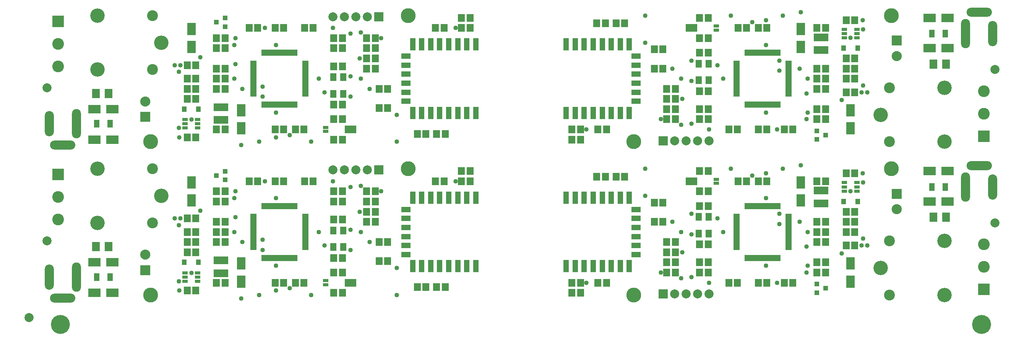
<source format=gts>
G04*
G04 #@! TF.GenerationSoftware,Altium Limited,Altium Designer,18.0.7 (293)*
G04*
G04 Layer_Color=8388736*
%FSLAX25Y25*%
%MOIN*%
G70*
G01*
G75*
%ADD65C,0.07874*%
%ADD66C,0.04737*%
%ADD67R,0.07887X0.04737*%
%ADD68R,0.04737X0.10642*%
%ADD69R,0.07099X0.07887*%
%ADD70R,0.04343X0.04540*%
%ADD71R,0.06115X0.06706*%
%ADD72R,0.05918X0.06706*%
%ADD73R,0.05131X0.03162*%
%ADD74R,0.10249X0.06706*%
%ADD75R,0.01981X0.05524*%
%ADD76R,0.05524X0.01981*%
%ADD77R,0.04343X0.03950*%
%ADD78R,0.07493X0.10642*%
%ADD79R,0.10642X0.07493*%
%ADD80R,0.12611X0.06902*%
%ADD81R,0.04737X0.07099*%
%ADD82R,0.05721X0.07099*%
%ADD83R,0.01981X0.05524*%
%ADD84C,0.16548*%
%ADD85C,0.07887*%
%ADD86R,0.07887X0.07887*%
%ADD87C,0.12611*%
%ADD88C,0.09461*%
%ADD89C,0.09461*%
%ADD90C,0.10249*%
%ADD91R,0.10249X0.10249*%
%ADD92R,0.08800X0.08800*%
%ADD93C,0.08800*%
%ADD94O,0.07887X0.25603*%
%ADD95O,0.07887X0.22060*%
%ADD96O,0.22060X0.07887*%
%ADD97C,0.13005*%
%ADD98C,0.04000*%
G54D65*
X-7874Y-7874D02*
D03*
X7874Y59055D02*
D03*
Y192913D02*
D03*
X834646Y208661D02*
D03*
Y74803D02*
D03*
G54D66*
X-7874Y-7874D02*
D03*
X7874Y59055D02*
D03*
Y192913D02*
D03*
X834646Y208661D02*
D03*
Y74803D02*
D03*
G54D67*
X320866Y86614D02*
D03*
Y78740D02*
D03*
Y70866D02*
D03*
Y62992D02*
D03*
Y55118D02*
D03*
Y47244D02*
D03*
Y220472D02*
D03*
Y212598D02*
D03*
Y204724D02*
D03*
Y196850D02*
D03*
Y188976D02*
D03*
Y181102D02*
D03*
X521654Y181102D02*
D03*
Y188976D02*
D03*
Y196850D02*
D03*
Y204724D02*
D03*
Y212598D02*
D03*
Y220472D02*
D03*
Y47244D02*
D03*
Y55118D02*
D03*
Y62992D02*
D03*
Y70866D02*
D03*
Y78740D02*
D03*
Y86614D02*
D03*
G54D68*
X381890Y96850D02*
D03*
Y37008D02*
D03*
X374016D02*
D03*
X366142D02*
D03*
X358268D02*
D03*
X350394D02*
D03*
X342520D02*
D03*
X334646D02*
D03*
X326772D02*
D03*
Y96850D02*
D03*
X334646D02*
D03*
X342520D02*
D03*
X350394D02*
D03*
X358268D02*
D03*
X366142D02*
D03*
X374016D02*
D03*
X381890Y230709D02*
D03*
Y170866D02*
D03*
X374016D02*
D03*
X366142D02*
D03*
X358268D02*
D03*
X350394D02*
D03*
X342520D02*
D03*
X334646D02*
D03*
X326772D02*
D03*
Y230709D02*
D03*
X334646D02*
D03*
X342520D02*
D03*
X350394D02*
D03*
X358268D02*
D03*
X366142D02*
D03*
X374016D02*
D03*
X460630Y170866D02*
D03*
Y230709D02*
D03*
X468504D02*
D03*
X476378D02*
D03*
X484252D02*
D03*
X492126D02*
D03*
X500000D02*
D03*
X507874D02*
D03*
X515748D02*
D03*
Y170866D02*
D03*
X507874D02*
D03*
X500000D02*
D03*
X492126D02*
D03*
X484252D02*
D03*
X476378D02*
D03*
X468504D02*
D03*
X460630Y37008D02*
D03*
Y96850D02*
D03*
X468504D02*
D03*
X476378D02*
D03*
X484252D02*
D03*
X492126D02*
D03*
X500000D02*
D03*
X507874D02*
D03*
X515748D02*
D03*
Y37008D02*
D03*
X507874D02*
D03*
X500000D02*
D03*
X492126D02*
D03*
X484252D02*
D03*
X476378D02*
D03*
X468504D02*
D03*
G54D69*
X50591Y54134D02*
D03*
X61614D02*
D03*
X50591Y187992D02*
D03*
X61614D02*
D03*
X791929Y213583D02*
D03*
X780905D02*
D03*
X791929Y79724D02*
D03*
X780905D02*
D03*
G54D70*
X140059Y40354D02*
D03*
X127657D02*
D03*
X140059Y174213D02*
D03*
X127657D02*
D03*
X702461Y227362D02*
D03*
X714862D02*
D03*
X702461Y93504D02*
D03*
X714862D02*
D03*
G54D71*
X347638Y18701D02*
D03*
X355118D02*
D03*
X338386D02*
D03*
X330906D02*
D03*
X376772Y120079D02*
D03*
X369291D02*
D03*
X346654Y111221D02*
D03*
X354134D02*
D03*
X294094Y93504D02*
D03*
X286614D02*
D03*
X294094Y84646D02*
D03*
X286614D02*
D03*
X286614Y75787D02*
D03*
X294094D02*
D03*
X206890Y22638D02*
D03*
X214370D02*
D03*
X163189Y93504D02*
D03*
X155709D02*
D03*
X155709Y102362D02*
D03*
X163189D02*
D03*
X155709Y75787D02*
D03*
X163189D02*
D03*
X155709Y66929D02*
D03*
X163189D02*
D03*
X137598Y66929D02*
D03*
X130118D02*
D03*
X347638Y152559D02*
D03*
X355118D02*
D03*
X338386D02*
D03*
X330906D02*
D03*
X376772Y253937D02*
D03*
X369291D02*
D03*
X346654Y245079D02*
D03*
X354134D02*
D03*
X294094Y227362D02*
D03*
X286614D02*
D03*
X294094Y218504D02*
D03*
X286614D02*
D03*
X286614Y209646D02*
D03*
X294094D02*
D03*
X206890Y156496D02*
D03*
X214370D02*
D03*
X163189Y227362D02*
D03*
X155709D02*
D03*
X155709Y236221D02*
D03*
X163189D02*
D03*
X155709Y209646D02*
D03*
X163189D02*
D03*
X155709Y200787D02*
D03*
X163189D02*
D03*
X137598Y200787D02*
D03*
X130118D02*
D03*
X494882Y249016D02*
D03*
X487402D02*
D03*
X504134D02*
D03*
X511614D02*
D03*
X465748Y147638D02*
D03*
X473228D02*
D03*
X495866Y156496D02*
D03*
X488386D02*
D03*
X548425Y174213D02*
D03*
X555905D02*
D03*
X548425Y183071D02*
D03*
X555905D02*
D03*
X555905Y191929D02*
D03*
X548425D02*
D03*
X635630Y245079D02*
D03*
X628150D02*
D03*
X679331Y174213D02*
D03*
X686811D02*
D03*
X686811Y165354D02*
D03*
X679331D02*
D03*
X686811Y191929D02*
D03*
X679331D02*
D03*
X686811Y200787D02*
D03*
X679331D02*
D03*
X704921Y200787D02*
D03*
X712402D02*
D03*
X494882Y115157D02*
D03*
X487402D02*
D03*
X504134D02*
D03*
X511614D02*
D03*
X465748Y13780D02*
D03*
X473228D02*
D03*
X495866Y22638D02*
D03*
X488386D02*
D03*
X548425Y40354D02*
D03*
X555905D02*
D03*
X548425Y49213D02*
D03*
X555905D02*
D03*
X555905Y58071D02*
D03*
X548425D02*
D03*
X635630Y111221D02*
D03*
X628150D02*
D03*
X679331Y40354D02*
D03*
X686811D02*
D03*
X686811Y31496D02*
D03*
X679331D02*
D03*
X686811Y58071D02*
D03*
X679331D02*
D03*
X686811Y66929D02*
D03*
X679331D02*
D03*
X704921Y66929D02*
D03*
X712402D02*
D03*
G54D72*
X369291Y111221D02*
D03*
X376772D02*
D03*
X294094Y102362D02*
D03*
X286614D02*
D03*
X224606Y22638D02*
D03*
X232087D02*
D03*
X239961Y111221D02*
D03*
X232480D02*
D03*
X206890D02*
D03*
X214370D02*
D03*
X191732D02*
D03*
X184252D02*
D03*
X163189Y58071D02*
D03*
X155709D02*
D03*
Y22638D02*
D03*
X163189D02*
D03*
X130118Y49213D02*
D03*
X137598D02*
D03*
X130118Y58071D02*
D03*
X137598D02*
D03*
Y78740D02*
D03*
X130118D02*
D03*
X137598Y15748D02*
D03*
X130118D02*
D03*
X258071Y102362D02*
D03*
X265551D02*
D03*
X258071Y93504D02*
D03*
X265551D02*
D03*
X258071Y13780D02*
D03*
X265551D02*
D03*
X258071Y31496D02*
D03*
X265551D02*
D03*
X258071Y77756D02*
D03*
X265551D02*
D03*
Y44291D02*
D03*
X258071D02*
D03*
X304921Y58071D02*
D03*
X297441D02*
D03*
X304921Y41339D02*
D03*
X297441D02*
D03*
X369291Y245079D02*
D03*
X376772D02*
D03*
X294094Y236221D02*
D03*
X286614D02*
D03*
X224606Y156496D02*
D03*
X232087D02*
D03*
X239961Y245079D02*
D03*
X232480D02*
D03*
X206890D02*
D03*
X214370D02*
D03*
X191732D02*
D03*
X184252D02*
D03*
X163189Y191929D02*
D03*
X155709D02*
D03*
Y156496D02*
D03*
X163189D02*
D03*
X130118Y183071D02*
D03*
X137598D02*
D03*
X130118Y191929D02*
D03*
X137598D02*
D03*
Y212598D02*
D03*
X130118D02*
D03*
X137598Y149606D02*
D03*
X130118D02*
D03*
X258071Y236221D02*
D03*
X265551D02*
D03*
X258071Y227362D02*
D03*
X265551D02*
D03*
X258071Y147638D02*
D03*
X265551D02*
D03*
X258071Y165354D02*
D03*
X265551D02*
D03*
X258071Y211614D02*
D03*
X265551D02*
D03*
Y178150D02*
D03*
X258071D02*
D03*
X304921Y191929D02*
D03*
X297441D02*
D03*
X304921Y175197D02*
D03*
X297441D02*
D03*
X473228Y156496D02*
D03*
X465748D02*
D03*
X548425Y165354D02*
D03*
X555905D02*
D03*
X617913Y245079D02*
D03*
X610433D02*
D03*
X602559Y156496D02*
D03*
X610039D02*
D03*
X635630D02*
D03*
X628150D02*
D03*
X650787D02*
D03*
X658268D02*
D03*
X679331Y209646D02*
D03*
X686811D02*
D03*
Y245079D02*
D03*
X679331D02*
D03*
X712402Y218504D02*
D03*
X704921D02*
D03*
X712402Y209646D02*
D03*
X704921D02*
D03*
Y188976D02*
D03*
X712402D02*
D03*
X704921Y251969D02*
D03*
X712402D02*
D03*
X584449Y165354D02*
D03*
X576968D02*
D03*
X584449Y174213D02*
D03*
X576968D02*
D03*
X584449Y253937D02*
D03*
X576968D02*
D03*
X584449Y236221D02*
D03*
X576968D02*
D03*
X584449Y189961D02*
D03*
X576968D02*
D03*
Y223425D02*
D03*
X584449D02*
D03*
X537598Y209646D02*
D03*
X545079D02*
D03*
X537598Y226378D02*
D03*
X545079D02*
D03*
X473228Y22638D02*
D03*
X465748D02*
D03*
X548425Y31496D02*
D03*
X555905D02*
D03*
X617913Y111221D02*
D03*
X610433D02*
D03*
X602559Y22638D02*
D03*
X610039D02*
D03*
X635630D02*
D03*
X628150D02*
D03*
X650787D02*
D03*
X658268D02*
D03*
X679331Y75787D02*
D03*
X686811D02*
D03*
Y111221D02*
D03*
X679331D02*
D03*
X712402Y84646D02*
D03*
X704921D02*
D03*
X712402Y75787D02*
D03*
X704921D02*
D03*
Y55118D02*
D03*
X712402D02*
D03*
X704921Y118110D02*
D03*
X712402D02*
D03*
X584449Y31496D02*
D03*
X576968D02*
D03*
X584449Y40354D02*
D03*
X576968D02*
D03*
X584449Y120079D02*
D03*
X576968D02*
D03*
X584449Y102362D02*
D03*
X576968D02*
D03*
X584449Y56102D02*
D03*
X576968D02*
D03*
Y89567D02*
D03*
X584449D02*
D03*
X537598Y75787D02*
D03*
X545079D02*
D03*
X537598Y92520D02*
D03*
X545079D02*
D03*
G54D73*
X250886Y20866D02*
D03*
Y24409D02*
D03*
X128347Y31299D02*
D03*
Y27559D02*
D03*
Y23819D02*
D03*
X139370D02*
D03*
Y27559D02*
D03*
Y31299D02*
D03*
X250886Y154724D02*
D03*
Y158268D02*
D03*
X128347Y165157D02*
D03*
Y161417D02*
D03*
Y157677D02*
D03*
X139370D02*
D03*
Y161417D02*
D03*
Y165157D02*
D03*
X591634Y246850D02*
D03*
Y243307D02*
D03*
X714173Y236417D02*
D03*
Y240158D02*
D03*
Y243898D02*
D03*
X703150D02*
D03*
Y240158D02*
D03*
Y236417D02*
D03*
X591634Y112992D02*
D03*
Y109449D02*
D03*
X714173Y102559D02*
D03*
Y106299D02*
D03*
Y110039D02*
D03*
X703150D02*
D03*
Y106299D02*
D03*
Y102559D02*
D03*
G54D74*
X272736Y22638D02*
D03*
Y156496D02*
D03*
X569783Y245079D02*
D03*
Y111221D02*
D03*
G54D75*
X225394Y44291D02*
D03*
X223425D02*
D03*
X221457D02*
D03*
X219488D02*
D03*
X217520D02*
D03*
X215551D02*
D03*
X213583D02*
D03*
X211614D02*
D03*
X209646D02*
D03*
X207677D02*
D03*
X205709D02*
D03*
X203740D02*
D03*
X201772D02*
D03*
X199803D02*
D03*
X197835D02*
D03*
X195866D02*
D03*
Y89567D02*
D03*
X197835D02*
D03*
X199803D02*
D03*
X201772D02*
D03*
X203740D02*
D03*
X205709D02*
D03*
X207677D02*
D03*
X209646D02*
D03*
X211614D02*
D03*
X213583D02*
D03*
X215551D02*
D03*
X217520D02*
D03*
X219488D02*
D03*
X221457D02*
D03*
X223425D02*
D03*
X225394D02*
D03*
Y178150D02*
D03*
X223425D02*
D03*
X221457D02*
D03*
X219488D02*
D03*
X217520D02*
D03*
X215551D02*
D03*
X213583D02*
D03*
X211614D02*
D03*
X209646D02*
D03*
X207677D02*
D03*
X205709D02*
D03*
X203740D02*
D03*
X201772D02*
D03*
X199803D02*
D03*
X197835D02*
D03*
X195866D02*
D03*
Y223425D02*
D03*
X197835D02*
D03*
X199803D02*
D03*
X201772D02*
D03*
X203740D02*
D03*
X205709D02*
D03*
X207677D02*
D03*
X209646D02*
D03*
X211614D02*
D03*
X213583D02*
D03*
X215551D02*
D03*
X217520D02*
D03*
X219488D02*
D03*
X221457D02*
D03*
X223425D02*
D03*
X225394D02*
D03*
X617126Y223425D02*
D03*
X619095D02*
D03*
X621063D02*
D03*
X623032D02*
D03*
X625000D02*
D03*
X626968D02*
D03*
X628937D02*
D03*
X630905D02*
D03*
X632874D02*
D03*
X634842D02*
D03*
X636811D02*
D03*
X638779D02*
D03*
X640748D02*
D03*
X642717D02*
D03*
X644685D02*
D03*
X646654D02*
D03*
X617126Y89567D02*
D03*
X619095D02*
D03*
X621063D02*
D03*
X623032D02*
D03*
X625000D02*
D03*
X626968D02*
D03*
X628937D02*
D03*
X630905D02*
D03*
X632874D02*
D03*
X634842D02*
D03*
X636811D02*
D03*
X638779D02*
D03*
X640748D02*
D03*
X642717D02*
D03*
X644685D02*
D03*
X646654D02*
D03*
G54D76*
X187992Y52165D02*
D03*
Y54134D02*
D03*
Y56102D02*
D03*
Y58071D02*
D03*
Y60039D02*
D03*
Y62008D02*
D03*
Y63976D02*
D03*
Y65945D02*
D03*
Y67913D02*
D03*
Y69882D02*
D03*
Y71850D02*
D03*
Y73819D02*
D03*
Y75787D02*
D03*
Y77756D02*
D03*
Y79724D02*
D03*
Y81693D02*
D03*
X233268D02*
D03*
Y79724D02*
D03*
Y77756D02*
D03*
Y75787D02*
D03*
Y73819D02*
D03*
Y71850D02*
D03*
Y69882D02*
D03*
Y67913D02*
D03*
Y65945D02*
D03*
Y63976D02*
D03*
Y62008D02*
D03*
Y60039D02*
D03*
Y58071D02*
D03*
Y56102D02*
D03*
Y54134D02*
D03*
Y52165D02*
D03*
X187992Y186024D02*
D03*
Y187992D02*
D03*
Y189961D02*
D03*
Y191929D02*
D03*
Y193898D02*
D03*
Y195866D02*
D03*
Y197835D02*
D03*
Y199803D02*
D03*
Y201772D02*
D03*
Y203740D02*
D03*
Y205709D02*
D03*
Y207677D02*
D03*
Y209646D02*
D03*
Y211614D02*
D03*
Y213583D02*
D03*
Y215551D02*
D03*
X233268D02*
D03*
Y213583D02*
D03*
Y211614D02*
D03*
Y209646D02*
D03*
Y207677D02*
D03*
Y205709D02*
D03*
Y203740D02*
D03*
Y201772D02*
D03*
Y199803D02*
D03*
Y197835D02*
D03*
Y195866D02*
D03*
Y193898D02*
D03*
Y191929D02*
D03*
Y189961D02*
D03*
Y187992D02*
D03*
Y186024D02*
D03*
X654528Y215551D02*
D03*
Y213583D02*
D03*
Y211614D02*
D03*
Y209646D02*
D03*
Y207677D02*
D03*
Y205709D02*
D03*
Y203740D02*
D03*
Y201772D02*
D03*
Y199803D02*
D03*
Y197835D02*
D03*
Y195866D02*
D03*
Y193898D02*
D03*
Y191929D02*
D03*
Y189961D02*
D03*
Y187992D02*
D03*
Y186024D02*
D03*
X609252D02*
D03*
Y187992D02*
D03*
Y189961D02*
D03*
Y191929D02*
D03*
Y193898D02*
D03*
Y195866D02*
D03*
Y197835D02*
D03*
Y199803D02*
D03*
Y201772D02*
D03*
Y203740D02*
D03*
Y205709D02*
D03*
Y207677D02*
D03*
Y209646D02*
D03*
Y211614D02*
D03*
Y213583D02*
D03*
Y215551D02*
D03*
X654528Y81693D02*
D03*
Y79724D02*
D03*
Y77756D02*
D03*
Y75787D02*
D03*
Y73819D02*
D03*
Y71850D02*
D03*
Y69882D02*
D03*
Y67913D02*
D03*
Y65945D02*
D03*
Y63976D02*
D03*
Y62008D02*
D03*
Y60039D02*
D03*
Y58071D02*
D03*
Y56102D02*
D03*
Y54134D02*
D03*
Y52165D02*
D03*
X609252D02*
D03*
Y54134D02*
D03*
Y56102D02*
D03*
Y58071D02*
D03*
Y60039D02*
D03*
Y62008D02*
D03*
Y63976D02*
D03*
Y65945D02*
D03*
Y67913D02*
D03*
Y69882D02*
D03*
Y71850D02*
D03*
Y73819D02*
D03*
Y75787D02*
D03*
Y77756D02*
D03*
Y79724D02*
D03*
Y81693D02*
D03*
G54D77*
X163386Y119882D02*
D03*
X155512Y116142D02*
D03*
X163386Y112402D02*
D03*
Y253740D02*
D03*
X155512Y250000D02*
D03*
X163386Y246260D02*
D03*
X679134Y147835D02*
D03*
X687008Y151575D02*
D03*
X679134Y155315D02*
D03*
Y13976D02*
D03*
X687008Y17717D02*
D03*
X679134Y21457D02*
D03*
G54D78*
X177165Y39370D02*
D03*
Y23622D02*
D03*
X133858Y110236D02*
D03*
Y94488D02*
D03*
X177165Y173228D02*
D03*
Y157480D02*
D03*
X133858Y244094D02*
D03*
Y228346D02*
D03*
X665354Y228346D02*
D03*
Y244094D02*
D03*
X708661Y157480D02*
D03*
Y173228D02*
D03*
X665354Y94488D02*
D03*
Y110236D02*
D03*
X708661Y23622D02*
D03*
Y39370D02*
D03*
G54D79*
X49213Y40354D02*
D03*
X64961D02*
D03*
Y13780D02*
D03*
X49213D02*
D03*
Y174213D02*
D03*
X64961D02*
D03*
Y147638D02*
D03*
X49213D02*
D03*
X793307Y227362D02*
D03*
X777559D02*
D03*
Y253937D02*
D03*
X793307D02*
D03*
Y93504D02*
D03*
X777559D02*
D03*
Y120079D02*
D03*
X793307D02*
D03*
G54D80*
X159449Y30807D02*
D03*
Y42028D02*
D03*
Y164665D02*
D03*
Y175886D02*
D03*
X683071Y236910D02*
D03*
Y225689D02*
D03*
Y103051D02*
D03*
Y91831D02*
D03*
G54D81*
X51181Y27559D02*
D03*
X62992D02*
D03*
X51181Y161417D02*
D03*
X62992D02*
D03*
X791339Y240158D02*
D03*
X779528D02*
D03*
X791339Y106299D02*
D03*
X779528D02*
D03*
G54D82*
X266142Y53740D02*
D03*
X257480Y68307D02*
D03*
X266142D02*
D03*
X257480Y53740D02*
D03*
X266142Y187598D02*
D03*
X257480Y202165D02*
D03*
X266142D02*
D03*
X257480Y187598D02*
D03*
X576378Y213976D02*
D03*
X585039Y199409D02*
D03*
X576378D02*
D03*
X585039Y213976D02*
D03*
X576378Y80118D02*
D03*
X585039Y65551D02*
D03*
X576378D02*
D03*
X585039Y80118D02*
D03*
G54D83*
X646654Y178150D02*
D03*
X644685D02*
D03*
X642717D02*
D03*
X640748D02*
D03*
X638779D02*
D03*
X636811D02*
D03*
X634842D02*
D03*
X632874D02*
D03*
X630905D02*
D03*
X628937D02*
D03*
X626968D02*
D03*
X625000D02*
D03*
X623032D02*
D03*
X621063D02*
D03*
X619095D02*
D03*
X617126D02*
D03*
X646654Y44291D02*
D03*
X644685D02*
D03*
X642717D02*
D03*
X640748D02*
D03*
X638779D02*
D03*
X636811D02*
D03*
X634842D02*
D03*
X632874D02*
D03*
X630905D02*
D03*
X628937D02*
D03*
X626968D02*
D03*
X625000D02*
D03*
X623032D02*
D03*
X621063D02*
D03*
X619095D02*
D03*
X617126D02*
D03*
G54D84*
X822835Y-13780D02*
D03*
X19685D02*
D03*
G54D85*
X287402Y121063D02*
D03*
X277402D02*
D03*
X267402D02*
D03*
X257402D02*
D03*
X287402Y254921D02*
D03*
X277402D02*
D03*
X267402D02*
D03*
X257402D02*
D03*
X555118Y146653D02*
D03*
X565118D02*
D03*
X575118D02*
D03*
X585118D02*
D03*
X555118Y12795D02*
D03*
X565118D02*
D03*
X575118D02*
D03*
X585118D02*
D03*
G54D86*
X297402Y121063D02*
D03*
Y254921D02*
D03*
X545118Y146653D02*
D03*
Y12795D02*
D03*
G54D87*
X107677Y98425D02*
D03*
X51772Y122047D02*
D03*
Y74803D02*
D03*
X107677Y232283D02*
D03*
X51772Y255906D02*
D03*
Y208661D02*
D03*
X734843Y169291D02*
D03*
X790748Y145669D02*
D03*
Y192913D02*
D03*
X734843Y35433D02*
D03*
X790748Y11811D02*
D03*
Y59055D02*
D03*
G54D88*
X99803Y122047D02*
D03*
Y255906D02*
D03*
X742717Y145669D02*
D03*
Y11811D02*
D03*
G54D89*
X99803Y74803D02*
D03*
Y208661D02*
D03*
X742717Y192913D02*
D03*
Y59055D02*
D03*
G54D90*
X17717Y77756D02*
D03*
Y97441D02*
D03*
Y211614D02*
D03*
Y231299D02*
D03*
X824803Y189961D02*
D03*
Y170276D02*
D03*
Y56102D02*
D03*
Y36417D02*
D03*
G54D91*
X17717Y117126D02*
D03*
Y250984D02*
D03*
X824803Y150591D02*
D03*
Y16732D02*
D03*
G54D92*
X93504Y33604D02*
D03*
Y167463D02*
D03*
X749016Y234112D02*
D03*
Y100254D02*
D03*
G54D93*
X93504Y47104D02*
D03*
Y180963D02*
D03*
X749016Y220612D02*
D03*
Y86754D02*
D03*
G54D94*
X33465Y27559D02*
D03*
Y161417D02*
D03*
X809055Y240158D02*
D03*
Y106299D02*
D03*
G54D95*
X9843Y27559D02*
D03*
Y161417D02*
D03*
X832677Y240158D02*
D03*
Y106299D02*
D03*
G54D96*
X21654Y9055D02*
D03*
Y142913D02*
D03*
X820866Y258661D02*
D03*
Y124803D02*
D03*
G54D97*
X98425Y11811D02*
D03*
X322835Y122047D02*
D03*
X98425Y145669D02*
D03*
X322835Y255906D02*
D03*
X744095Y255906D02*
D03*
X519685Y145669D02*
D03*
X744095Y122047D02*
D03*
X519685Y11811D02*
D03*
G54D98*
X219488Y17717D02*
D03*
X281496Y66929D02*
D03*
X123130Y15748D02*
D03*
X119095Y78740D02*
D03*
X124114D02*
D03*
X172244Y102362D02*
D03*
X178150Y58071D02*
D03*
X299213Y102362D02*
D03*
X364173Y111221D02*
D03*
X250000Y55118D02*
D03*
X257402Y111221D02*
D03*
X141732Y85630D02*
D03*
X172244Y79724D02*
D03*
X281496Y107283D02*
D03*
X272638Y106299D02*
D03*
X312992Y35433D02*
D03*
Y11811D02*
D03*
X192913D02*
D03*
X238189D02*
D03*
X207677Y15748D02*
D03*
X245079Y66929D02*
D03*
X280512Y84646D02*
D03*
X195866Y60039D02*
D03*
X272638Y51181D02*
D03*
X195866D02*
D03*
X207677Y37402D02*
D03*
X272638Y68898D02*
D03*
X289370Y58071D02*
D03*
X207677Y96457D02*
D03*
X171260D02*
D03*
Y66929D02*
D03*
X123031Y72835D02*
D03*
X177165Y8858D02*
D03*
X133858Y31299D02*
D03*
X123031Y23819D02*
D03*
X197835Y111221D02*
D03*
X219488Y151575D02*
D03*
X281496Y200787D02*
D03*
X123130Y149606D02*
D03*
X119095Y212598D02*
D03*
X124114D02*
D03*
X172244Y236221D02*
D03*
X178150Y191929D02*
D03*
X299213Y236221D02*
D03*
X364173Y245079D02*
D03*
X250000Y188976D02*
D03*
X257402Y245079D02*
D03*
X141732Y219488D02*
D03*
X172244Y213583D02*
D03*
X281496Y241142D02*
D03*
X272638Y240158D02*
D03*
X312992Y169291D02*
D03*
Y145669D02*
D03*
X192913D02*
D03*
X238189D02*
D03*
X207677Y149606D02*
D03*
X245079Y200787D02*
D03*
X280512Y218504D02*
D03*
X195866Y193898D02*
D03*
X272638Y185039D02*
D03*
X195866D02*
D03*
X207677Y171260D02*
D03*
X272638Y202756D02*
D03*
X289370Y191929D02*
D03*
X207677Y230315D02*
D03*
X171260D02*
D03*
Y200787D02*
D03*
X123031Y206693D02*
D03*
X177165Y142717D02*
D03*
X133858Y165157D02*
D03*
X123031Y157677D02*
D03*
X197835Y245079D02*
D03*
X623032Y250000D02*
D03*
X561024Y200787D02*
D03*
X719390Y251969D02*
D03*
X723425Y188976D02*
D03*
X718405D02*
D03*
X670276Y165354D02*
D03*
X664370Y209646D02*
D03*
X543307Y165354D02*
D03*
X478346Y156496D02*
D03*
X592520Y212598D02*
D03*
X585118Y156496D02*
D03*
X700787Y182087D02*
D03*
X670276Y187992D02*
D03*
X561024Y160433D02*
D03*
X569882Y161417D02*
D03*
X529528Y232283D02*
D03*
Y255906D02*
D03*
X649606D02*
D03*
X604331D02*
D03*
X634842Y251969D02*
D03*
X597441Y200787D02*
D03*
X562008Y183071D02*
D03*
X646654Y207677D02*
D03*
X569882Y216535D02*
D03*
X646654D02*
D03*
X634842Y230315D02*
D03*
X569882Y198819D02*
D03*
X553150Y209646D02*
D03*
X634842Y171260D02*
D03*
X671260D02*
D03*
Y200787D02*
D03*
X719488Y194882D02*
D03*
X665354Y258858D02*
D03*
X708661Y236417D02*
D03*
X719488Y243898D02*
D03*
X644685Y156496D02*
D03*
X623032Y116142D02*
D03*
X561024Y66929D02*
D03*
X719390Y118110D02*
D03*
X723425Y55118D02*
D03*
X718405D02*
D03*
X670276Y31496D02*
D03*
X664370Y75787D02*
D03*
X543307Y31496D02*
D03*
X478346Y22638D02*
D03*
X592520Y78740D02*
D03*
X585118Y22638D02*
D03*
X700787Y48228D02*
D03*
X670276Y54134D02*
D03*
X561024Y26575D02*
D03*
X569882Y27559D02*
D03*
X529528Y98425D02*
D03*
Y122047D02*
D03*
X649606D02*
D03*
X604331D02*
D03*
X634842Y118110D02*
D03*
X597441Y66929D02*
D03*
X562008Y49213D02*
D03*
X646654Y73819D02*
D03*
X569882Y82677D02*
D03*
X646654D02*
D03*
X634842Y96457D02*
D03*
X569882Y64961D02*
D03*
X553150Y75787D02*
D03*
X634842Y37402D02*
D03*
X671260D02*
D03*
Y66929D02*
D03*
X719488Y61024D02*
D03*
X665354Y125000D02*
D03*
X708661Y102559D02*
D03*
X719488Y110039D02*
D03*
X644685Y22638D02*
D03*
M02*

</source>
